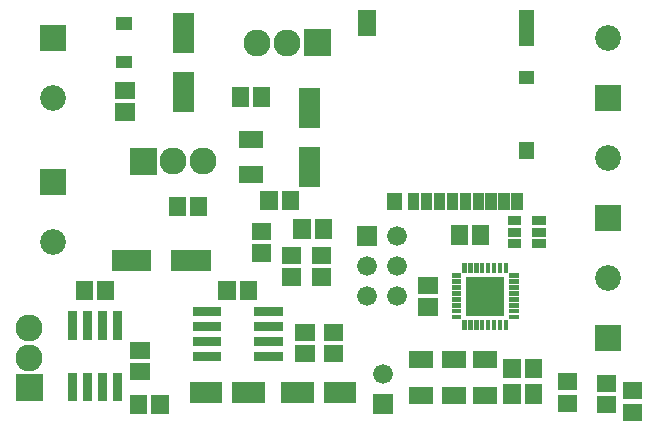
<source format=gbr>
G04 start of page 6 for group -4063 idx -4063 *
G04 Title: (unknown), componentmask *
G04 Creator: pcb 20110918 *
G04 CreationDate: Tue 27 May 2014 03:52:58 AM GMT UTC *
G04 For: ndholmes *
G04 Format: Gerber/RS-274X *
G04 PCB-Dimensions: 225000 140000 *
G04 PCB-Coordinate-Origin: lower left *
%MOIN*%
%FSLAX25Y25*%
%LNTOPMASK*%
%ADD65R,0.0151X0.0151*%
%ADD64R,0.0612X0.0612*%
%ADD63R,0.0376X0.0376*%
%ADD62R,0.0494X0.0494*%
%ADD61R,0.0415X0.0415*%
%ADD60R,0.0420X0.0420*%
%ADD59R,0.0690X0.0690*%
%ADD58R,0.0300X0.0300*%
%ADD57R,0.0572X0.0572*%
%ADD56C,0.0660*%
%ADD55C,0.0860*%
%ADD54C,0.0001*%
%ADD53C,0.0900*%
G54D53*X88500Y128000D03*
X98500D03*
G54D54*G36*
X104000Y132500D02*Y123500D01*
X113000D01*
Y132500D01*
X104000D01*
G37*
G36*
X201200Y113800D02*Y105200D01*
X209800D01*
Y113800D01*
X201200D01*
G37*
G54D55*X205500Y129500D03*
G54D54*G36*
X127200Y10800D02*Y4200D01*
X133800D01*
Y10800D01*
X127200D01*
G37*
G54D56*X130500Y17500D03*
G54D54*G36*
X201200Y33800D02*Y25200D01*
X209800D01*
Y33800D01*
X201200D01*
G37*
G54D56*X135000Y53500D03*
G54D55*X205500Y49500D03*
G54D54*G36*
X201200Y73800D02*Y65200D01*
X209800D01*
Y73800D01*
X201200D01*
G37*
G54D55*X205500Y89500D03*
G54D54*G36*
X121700Y66800D02*Y60200D01*
X128300D01*
Y66800D01*
X121700D01*
G37*
G54D56*X125000Y53500D03*
Y43500D03*
X135000Y63500D03*
Y43500D03*
G54D54*G36*
X16200Y85800D02*Y77200D01*
X24800D01*
Y85800D01*
X16200D01*
G37*
G54D55*X20500Y61500D03*
G54D54*G36*
X16200Y133800D02*Y125200D01*
X24800D01*
Y133800D01*
X16200D01*
G37*
G54D55*X20500Y109500D03*
G54D53*X70500Y88500D03*
X60500D03*
G54D54*G36*
X46000Y93000D02*Y84000D01*
X55000D01*
Y93000D01*
X46000D01*
G37*
G54D53*X12500Y33000D03*
Y23000D03*
G54D54*G36*
X8000Y17500D02*Y8500D01*
X17000D01*
Y17500D01*
X8000D01*
G37*
G54D57*X49000Y7893D02*Y7107D01*
G54D58*X32000Y16500D02*Y10000D01*
X37000Y16500D02*Y10000D01*
X42000Y16500D02*Y10000D01*
G54D57*X56086Y7893D02*Y7107D01*
G54D59*X69446Y11500D02*X73382D01*
G54D57*X49107Y18457D02*X49893D01*
X49107Y25543D02*X49893D01*
G54D58*X68500Y38500D02*X75000D01*
X68500Y33500D02*X75000D01*
X68500Y28500D02*X75000D01*
X68500Y23500D02*X75000D01*
G54D57*X78457Y45893D02*Y45107D01*
X69043Y73893D02*Y73107D01*
X61957Y73893D02*Y73107D01*
G54D59*X64000Y134492D02*Y128193D01*
G54D60*X43400Y121600D02*X44600D01*
X43400Y134500D02*X44600D01*
G54D59*X64000Y114807D02*Y108508D01*
G54D57*X44107Y112043D02*X44893D01*
X44107Y104957D02*X44893D01*
G54D59*X63193Y55500D02*X69492D01*
X43508D02*X49807D01*
G54D58*X42000Y37000D02*Y30500D01*
X37000Y37000D02*Y30500D01*
X32000Y37000D02*Y30500D01*
X27000Y37000D02*Y30500D01*
G54D57*X38043Y45893D02*Y45107D01*
X30957Y45893D02*Y45107D01*
G54D58*X27000Y16500D02*Y10000D01*
G54D57*X92457Y75893D02*Y75107D01*
X99543Y75893D02*Y75107D01*
X90043Y110393D02*Y109607D01*
X82957Y110393D02*Y109607D01*
G54D59*X106000Y109492D02*Y103193D01*
Y89807D02*Y83508D01*
G54D57*X85319Y84095D02*X87681D01*
X85319Y95905D02*X87681D01*
X103414Y66393D02*Y65607D01*
X99564Y57043D02*X100350D01*
X99564Y49957D02*X100350D01*
X109607Y57043D02*X110393D01*
X109607Y49957D02*X110393D01*
X89607Y57957D02*X90393D01*
X89607Y65043D02*X90393D01*
X85543Y45893D02*Y45107D01*
G54D59*X83618Y11500D02*X87554D01*
X99946D02*X103882D01*
G54D58*X89000Y23500D02*X95500D01*
X89000Y28500D02*X95500D01*
X89000Y33500D02*X95500D01*
X89000Y38500D02*X95500D01*
G54D57*X113607Y31586D02*X114393D01*
X113607Y24500D02*X114393D01*
X110500Y66393D02*Y65607D01*
X104107Y31543D02*X104893D01*
X104107Y24457D02*X104893D01*
G54D59*X114118Y11500D02*X118054D01*
G54D57*X163319Y10595D02*X165681D01*
X152819D02*X155181D01*
X141819D02*X144181D01*
X163319Y22405D02*X165681D01*
X152819D02*X155181D01*
X141819D02*X144181D01*
G54D58*X181700Y64900D02*X183300D01*
X181700Y68800D02*X183300D01*
X173500D02*X175100D01*
G54D61*X177903Y116476D02*X178689D01*
G54D62*X178296Y92460D02*Y91672D01*
X178295Y136358D02*Y129270D01*
G54D58*X173500Y64900D02*X175100D01*
G54D57*X155957Y64393D02*Y63607D01*
X163043Y64393D02*Y63607D01*
G54D63*X140501Y76122D02*Y74153D01*
X144831Y76122D02*Y74153D01*
X149162Y76122D02*Y74153D01*
G54D64*X125146Y135769D02*Y133406D01*
G54D62*X134399Y75531D02*Y74743D01*
G54D63*X153493Y76122D02*Y74153D01*
X157824Y76122D02*Y74153D01*
X162154Y76122D02*Y74153D01*
X166485Y76122D02*Y74153D01*
X170816Y76122D02*Y74153D01*
X175147Y76122D02*Y74153D01*
G54D57*X145107Y47043D02*X145893D01*
X145107Y39957D02*X145893D01*
G54D65*X154126Y50390D02*X155780D01*
X154126Y48421D02*X155780D01*
X154126Y46453D02*X155780D01*
X154126Y44484D02*X155780D01*
X154126Y42516D02*X155780D01*
X154126Y40547D02*X155780D01*
X154126Y38579D02*X155780D01*
G54D57*X173457Y19893D02*Y19107D01*
X180543Y19893D02*Y19107D01*
X173457Y11393D02*Y10607D01*
X180543Y11393D02*Y10607D01*
G54D65*X154126Y36610D02*X155780D01*
X157610Y34780D02*Y33126D01*
X159579Y34780D02*Y33126D01*
X161547Y34780D02*Y33126D01*
X163516Y34780D02*Y33126D01*
X165484Y34780D02*Y33126D01*
X167453Y34780D02*Y33126D01*
X169421Y34780D02*Y33126D01*
X171390Y34780D02*Y33126D01*
X173220Y36610D02*X174874D01*
G54D58*X181700Y61000D02*X183300D01*
X173500D02*X175100D01*
G54D65*X173220Y38579D02*X174874D01*
X173220Y40547D02*X174874D01*
X173220Y42516D02*X174874D01*
G54D54*G36*
X158098Y49902D02*Y37098D01*
X170902D01*
Y49902D01*
X158098D01*
G37*
G36*
Y37098D01*
X170902D01*
Y49902D01*
X158098D01*
G37*
G54D65*X173220Y44484D02*X174874D01*
X173220Y46453D02*X174874D01*
X173220Y48421D02*X174874D01*
X173220Y50390D02*X174874D01*
X171390Y53874D02*Y52220D01*
X169421Y53874D02*Y52220D01*
X167453Y53874D02*Y52220D01*
X165484Y53874D02*Y52220D01*
X163516Y53874D02*Y52220D01*
X161547Y53874D02*Y52220D01*
X159579Y53874D02*Y52220D01*
X157610Y53874D02*Y52220D01*
G54D57*X191607Y7914D02*X192393D01*
X191607Y15000D02*X192393D01*
X213150Y4914D02*X213936D01*
X213150Y12000D02*X213936D01*
X204607Y7457D02*X205393D01*
X204607Y14543D02*X205393D01*
M02*

</source>
